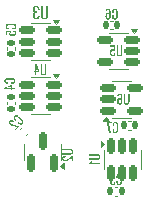
<source format=gbr>
%TF.GenerationSoftware,KiCad,Pcbnew,9.0.2*%
%TF.CreationDate,2025-08-20T02:55:48+06:00*%
%TF.ProjectId,hp3478a-fram-6l,68703334-3738-4612-9d66-72616d2d366c,rev?*%
%TF.SameCoordinates,Original*%
%TF.FileFunction,Legend,Bot*%
%TF.FilePolarity,Positive*%
%FSLAX46Y46*%
G04 Gerber Fmt 4.6, Leading zero omitted, Abs format (unit mm)*
G04 Created by KiCad (PCBNEW 9.0.2) date 2025-08-20 02:55:48*
%MOMM*%
%LPD*%
G01*
G04 APERTURE LIST*
G04 Aperture macros list*
%AMRoundRect*
0 Rectangle with rounded corners*
0 $1 Rounding radius*
0 $2 $3 $4 $5 $6 $7 $8 $9 X,Y pos of 4 corners*
0 Add a 4 corners polygon primitive as box body*
4,1,4,$2,$3,$4,$5,$6,$7,$8,$9,$2,$3,0*
0 Add four circle primitives for the rounded corners*
1,1,$1+$1,$2,$3*
1,1,$1+$1,$4,$5*
1,1,$1+$1,$6,$7*
1,1,$1+$1,$8,$9*
0 Add four rect primitives between the rounded corners*
20,1,$1+$1,$2,$3,$4,$5,0*
20,1,$1+$1,$4,$5,$6,$7,0*
20,1,$1+$1,$6,$7,$8,$9,0*
20,1,$1+$1,$8,$9,$2,$3,0*%
G04 Aperture macros list end*
%ADD10C,0.150000*%
%ADD11C,0.120000*%
%ADD12RoundRect,0.250000X-0.550000X-0.550000X0.550000X-0.550000X0.550000X0.550000X-0.550000X0.550000X0*%
%ADD13C,1.600000*%
%ADD14RoundRect,0.140000X0.021213X-0.219203X0.219203X-0.021213X-0.021213X0.219203X-0.219203X0.021213X0*%
%ADD15RoundRect,0.140000X-0.170000X0.140000X-0.170000X-0.140000X0.170000X-0.140000X0.170000X0.140000X0*%
%ADD16RoundRect,0.150000X0.512500X0.150000X-0.512500X0.150000X-0.512500X-0.150000X0.512500X-0.150000X0*%
%ADD17RoundRect,0.150000X-0.512500X-0.150000X0.512500X-0.150000X0.512500X0.150000X-0.512500X0.150000X0*%
%ADD18RoundRect,0.140000X-0.140000X-0.170000X0.140000X-0.170000X0.140000X0.170000X-0.140000X0.170000X0*%
%ADD19RoundRect,0.140000X0.140000X0.170000X-0.140000X0.170000X-0.140000X-0.170000X0.140000X-0.170000X0*%
%ADD20RoundRect,0.150000X0.150000X-0.587500X0.150000X0.587500X-0.150000X0.587500X-0.150000X-0.587500X0*%
%ADD21RoundRect,0.150000X-0.150000X0.512500X-0.150000X-0.512500X0.150000X-0.512500X0.150000X0.512500X0*%
G04 APERTURE END LIST*
D10*
G36*
X135424424Y-65259325D02*
G01*
X135460501Y-65217869D01*
X135484675Y-65178785D01*
X135498870Y-65141448D01*
X135504357Y-65105095D01*
X135501658Y-65068865D01*
X135488887Y-65024128D01*
X135466176Y-64977145D01*
X135431925Y-64927199D01*
X135384046Y-64873673D01*
X135157525Y-64647152D01*
X135100714Y-64596056D01*
X135049374Y-64560378D01*
X135002639Y-64537453D01*
X134959569Y-64525187D01*
X134924610Y-64522940D01*
X134889029Y-64528781D01*
X134851954Y-64543382D01*
X134812594Y-64568161D01*
X134770284Y-64605184D01*
X134730447Y-64651912D01*
X134705987Y-64695198D01*
X134694070Y-64736092D01*
X134693084Y-64775852D01*
X134701675Y-64815220D01*
X134719964Y-64857019D01*
X134749699Y-64902110D01*
X134793254Y-64951252D01*
X134843926Y-65001924D01*
X134928655Y-64917194D01*
X134883544Y-64872084D01*
X134842925Y-64829164D01*
X134819401Y-64799996D01*
X134804902Y-64771194D01*
X134801544Y-64741794D01*
X134805887Y-64722686D01*
X134817637Y-64700965D01*
X134839159Y-64675648D01*
X134865030Y-64653801D01*
X134887988Y-64641577D01*
X134908898Y-64636858D01*
X134941361Y-64640307D01*
X134975044Y-64656236D01*
X135008645Y-64681914D01*
X135053832Y-64723971D01*
X135308021Y-64978160D01*
X135352186Y-65026851D01*
X135376965Y-65062924D01*
X135390555Y-65098345D01*
X135390781Y-65128275D01*
X135379355Y-65156899D01*
X135353166Y-65189655D01*
X135328973Y-65209951D01*
X135307335Y-65221168D01*
X135287434Y-65225267D01*
X135256690Y-65221228D01*
X135225260Y-65205095D01*
X135193624Y-65179685D01*
X135149615Y-65138154D01*
X135102121Y-65090660D01*
X135017391Y-65175390D01*
X135064885Y-65222884D01*
X135116501Y-65269143D01*
X135163705Y-65301601D01*
X135207220Y-65322558D01*
X135247850Y-65333795D01*
X135289011Y-65335074D01*
X135331204Y-65324454D01*
X135375924Y-65300273D01*
X135424424Y-65259325D01*
G37*
G36*
X135127440Y-65421668D02*
G01*
X134710113Y-65330617D01*
X134670495Y-65322708D01*
X134602443Y-65305032D01*
X134556474Y-65289444D01*
X134516032Y-65267598D01*
X134473299Y-65231623D01*
X134444829Y-65199210D01*
X134427124Y-65170980D01*
X134417861Y-65146064D01*
X134416283Y-65120801D01*
X134424001Y-65096717D01*
X134442385Y-65072422D01*
X134467592Y-65053169D01*
X134493706Y-65043909D01*
X134521991Y-65043651D01*
X134554074Y-65053304D01*
X134591670Y-65075529D01*
X134636437Y-65114424D01*
X134657818Y-65135805D01*
X134742582Y-65051041D01*
X134720407Y-65028866D01*
X134671809Y-64985740D01*
X134626771Y-64955821D01*
X134584623Y-64936947D01*
X134544592Y-64927522D01*
X134503980Y-64927546D01*
X134463232Y-64938391D01*
X134421126Y-64961305D01*
X134376688Y-64998781D01*
X134341916Y-65039669D01*
X134319510Y-65079118D01*
X134307562Y-65117843D01*
X134305049Y-65156772D01*
X134311302Y-65195470D01*
X134326419Y-65234764D01*
X134351572Y-65275392D01*
X134388570Y-65317941D01*
X134428558Y-65353136D01*
X134466978Y-65378112D01*
X134506448Y-65396990D01*
X134541414Y-65409026D01*
X134644347Y-65432790D01*
X135016562Y-65510370D01*
X134813806Y-65713126D01*
X134885099Y-65784419D01*
X135187645Y-65481873D01*
X135127440Y-65421668D01*
G37*
G36*
X134842062Y-61639100D02*
G01*
X134838258Y-61584277D01*
X134827716Y-61539546D01*
X134811353Y-61503108D01*
X134789526Y-61473522D01*
X134762000Y-61449812D01*
X134721336Y-61427209D01*
X134672054Y-61410046D01*
X134612518Y-61398948D01*
X134540813Y-61394955D01*
X134220464Y-61394955D01*
X134144163Y-61398996D01*
X134082632Y-61410071D01*
X134033375Y-61426906D01*
X133994247Y-61448688D01*
X133967938Y-61471820D01*
X133946909Y-61501110D01*
X133931017Y-61537650D01*
X133920707Y-61583003D01*
X133916968Y-61639100D01*
X133921840Y-61700311D01*
X133935153Y-61748214D01*
X133955643Y-61785557D01*
X133983060Y-61814369D01*
X134016972Y-61836132D01*
X134059460Y-61852755D01*
X134112371Y-61863614D01*
X134177917Y-61867565D01*
X134249578Y-61867565D01*
X134249578Y-61747739D01*
X134185782Y-61747739D01*
X134126711Y-61746113D01*
X134089452Y-61742122D01*
X134058833Y-61732008D01*
X134035670Y-61713594D01*
X134025230Y-61697011D01*
X134018179Y-61673344D01*
X134015496Y-61640223D01*
X134018341Y-61606482D01*
X134025931Y-61581604D01*
X134037380Y-61563482D01*
X134062773Y-61542966D01*
X134097854Y-61530412D01*
X134139771Y-61524810D01*
X134201462Y-61522596D01*
X134560939Y-61522596D01*
X134626599Y-61525797D01*
X134669627Y-61533782D01*
X134704284Y-61549220D01*
X134725607Y-61570223D01*
X134737768Y-61598543D01*
X134742411Y-61640223D01*
X134739656Y-61671682D01*
X134732286Y-61694914D01*
X134721113Y-61711884D01*
X134696517Y-61730768D01*
X134662886Y-61741584D01*
X134622548Y-61745987D01*
X134562062Y-61747739D01*
X134494896Y-61747739D01*
X134494896Y-61867565D01*
X134562062Y-61867565D01*
X134631270Y-61863778D01*
X134687600Y-61853350D01*
X134733188Y-61837399D01*
X134769864Y-61816616D01*
X134799874Y-61788414D01*
X134822199Y-61751070D01*
X134836722Y-61702350D01*
X134842062Y-61639100D01*
G37*
G36*
X134588978Y-62225967D02*
G01*
X134832000Y-62225967D01*
X134832000Y-62340223D01*
X134588978Y-62340223D01*
X134588978Y-62442122D01*
X134482537Y-62442122D01*
X134482537Y-62340223D01*
X133924784Y-62340223D01*
X133924784Y-62225967D01*
X134070401Y-62225967D01*
X134482537Y-62225967D01*
X134482537Y-62078151D01*
X134070401Y-62225967D01*
X133924784Y-62225967D01*
X133924784Y-62199100D01*
X134463535Y-61962771D01*
X134588978Y-61962771D01*
X134588978Y-62225967D01*
G37*
G36*
X137232339Y-61142062D02*
G01*
X137294834Y-61137230D01*
X137343323Y-61124095D01*
X137380741Y-61104009D01*
X137412249Y-61075580D01*
X137436612Y-61040497D01*
X137454111Y-60997617D01*
X137464708Y-60951613D01*
X137471696Y-60895091D01*
X137474237Y-60826256D01*
X137474237Y-60224784D01*
X137353288Y-60224784D01*
X137353288Y-60831825D01*
X137350046Y-60900828D01*
X137341519Y-60951846D01*
X137329206Y-60988678D01*
X137314523Y-61011735D01*
X137294396Y-61028156D01*
X137267694Y-61038590D01*
X137232339Y-61042411D01*
X137196957Y-61038589D01*
X137170240Y-61028153D01*
X137150106Y-61011732D01*
X137135423Y-60988678D01*
X137123110Y-60951846D01*
X137114583Y-60900828D01*
X137111341Y-60831825D01*
X137111341Y-60224784D01*
X136991515Y-60224784D01*
X136991515Y-60826256D01*
X136994062Y-60895089D01*
X137001067Y-60951611D01*
X137011690Y-60997617D01*
X137029121Y-61040537D01*
X137053299Y-61075617D01*
X137084474Y-61104009D01*
X137121527Y-61124071D01*
X137169809Y-61137217D01*
X137232339Y-61142062D01*
G37*
G36*
X136884097Y-60763535D02*
G01*
X136884097Y-60888978D01*
X136620901Y-60888978D01*
X136620901Y-61132000D01*
X136506644Y-61132000D01*
X136506644Y-60888978D01*
X136404746Y-60888978D01*
X136404746Y-60782537D01*
X136506644Y-60782537D01*
X136620901Y-60782537D01*
X136768717Y-60782537D01*
X136620901Y-60370401D01*
X136620901Y-60782537D01*
X136506644Y-60782537D01*
X136506644Y-60224784D01*
X136647768Y-60224784D01*
X136884097Y-60763535D01*
G37*
G36*
X144280781Y-63642062D02*
G01*
X144343276Y-63637230D01*
X144391765Y-63624095D01*
X144429183Y-63604009D01*
X144460691Y-63575580D01*
X144485054Y-63540497D01*
X144502553Y-63497617D01*
X144513150Y-63451613D01*
X144520138Y-63395091D01*
X144522679Y-63326256D01*
X144522679Y-62724784D01*
X144401730Y-62724784D01*
X144401730Y-63331825D01*
X144398488Y-63400828D01*
X144389961Y-63451846D01*
X144377648Y-63488678D01*
X144362965Y-63511735D01*
X144342838Y-63528156D01*
X144316136Y-63538590D01*
X144280781Y-63542411D01*
X144245399Y-63538589D01*
X144218682Y-63528153D01*
X144198548Y-63511732D01*
X144183865Y-63488678D01*
X144171552Y-63451846D01*
X144163025Y-63400828D01*
X144159783Y-63331825D01*
X144159783Y-62724784D01*
X144039957Y-62724784D01*
X144039957Y-63326256D01*
X144042504Y-63395089D01*
X144049509Y-63451611D01*
X144060132Y-63497617D01*
X144077563Y-63540537D01*
X144101741Y-63575617D01*
X144132916Y-63604009D01*
X144169969Y-63624071D01*
X144218251Y-63637217D01*
X144280781Y-63642062D01*
G37*
G36*
X143737194Y-62720885D02*
G01*
X143776892Y-62731892D01*
X143810090Y-62749347D01*
X143837882Y-62773274D01*
X143860879Y-62804358D01*
X143882088Y-62848313D01*
X143898220Y-62900922D01*
X143908633Y-62963705D01*
X143912365Y-63038392D01*
X143912365Y-63344184D01*
X143908453Y-63411387D01*
X143897429Y-63468788D01*
X143880107Y-63517833D01*
X143856922Y-63559752D01*
X143825970Y-63595494D01*
X143788711Y-63620808D01*
X143743903Y-63636501D01*
X143689518Y-63642062D01*
X143633195Y-63636486D01*
X143587391Y-63620857D01*
X143549886Y-63595865D01*
X143519280Y-63560876D01*
X143496374Y-63519543D01*
X143479216Y-63470907D01*
X143468269Y-63413688D01*
X143466059Y-63375496D01*
X143585324Y-63375496D01*
X143588369Y-63425208D01*
X143596703Y-63464935D01*
X143609406Y-63496494D01*
X143628949Y-63521949D01*
X143654932Y-63537041D01*
X143689518Y-63542411D01*
X143723277Y-63537036D01*
X143748913Y-63521827D01*
X143768457Y-63495956D01*
X143781121Y-63464007D01*
X143789474Y-63423400D01*
X143792539Y-63372174D01*
X143792539Y-63236619D01*
X143774338Y-63212977D01*
X143750530Y-63192949D01*
X143722436Y-63179599D01*
X143689518Y-63175021D01*
X143658485Y-63178290D01*
X143635634Y-63187110D01*
X143618932Y-63200813D01*
X143601037Y-63229473D01*
X143590941Y-63266905D01*
X143586916Y-63310720D01*
X143585324Y-63375496D01*
X143466059Y-63375496D01*
X143464375Y-63346382D01*
X143467721Y-63281588D01*
X143476924Y-63228874D01*
X143490963Y-63186268D01*
X143509169Y-63152062D01*
X143534257Y-63123410D01*
X143566596Y-63102520D01*
X143607814Y-63089163D01*
X143660355Y-63084309D01*
X143704279Y-63088710D01*
X143740467Y-63101113D01*
X143770904Y-63121302D01*
X143792539Y-63147031D01*
X143792539Y-63009278D01*
X143788236Y-62938162D01*
X143777110Y-62888314D01*
X143761228Y-62854510D01*
X143741646Y-62832605D01*
X143718200Y-62819887D01*
X143689518Y-62815496D01*
X143653037Y-62819739D01*
X143627519Y-62831026D01*
X143609992Y-62848566D01*
X143598504Y-62871810D01*
X143590596Y-62904935D01*
X143587571Y-62951050D01*
X143466622Y-62951050D01*
X143467745Y-62937617D01*
X143472817Y-62884511D01*
X143484799Y-62840567D01*
X143502945Y-62804169D01*
X143527096Y-62774072D01*
X143557217Y-62749994D01*
X143593438Y-62732256D01*
X143637000Y-62720992D01*
X143689518Y-62716968D01*
X143737194Y-62720885D01*
G37*
G36*
X143271841Y-56442062D02*
G01*
X143326664Y-56438258D01*
X143371395Y-56427716D01*
X143407833Y-56411353D01*
X143437419Y-56389526D01*
X143461129Y-56362000D01*
X143483732Y-56321336D01*
X143500895Y-56272054D01*
X143511993Y-56212518D01*
X143515986Y-56140813D01*
X143515986Y-55820464D01*
X143511945Y-55744163D01*
X143500870Y-55682632D01*
X143484035Y-55633375D01*
X143462253Y-55594247D01*
X143439121Y-55567938D01*
X143409831Y-55546909D01*
X143373291Y-55531017D01*
X143327938Y-55520707D01*
X143271841Y-55516968D01*
X143210630Y-55521840D01*
X143162727Y-55535153D01*
X143125384Y-55555643D01*
X143096572Y-55583060D01*
X143074809Y-55616972D01*
X143058186Y-55659460D01*
X143047327Y-55712371D01*
X143043376Y-55777917D01*
X143043376Y-55849578D01*
X143163202Y-55849578D01*
X143163202Y-55785782D01*
X143164828Y-55726711D01*
X143168819Y-55689452D01*
X143178933Y-55658833D01*
X143197347Y-55635670D01*
X143213930Y-55625230D01*
X143237597Y-55618179D01*
X143270718Y-55615496D01*
X143304459Y-55618341D01*
X143329337Y-55625931D01*
X143347459Y-55637380D01*
X143367975Y-55662773D01*
X143380529Y-55697854D01*
X143386131Y-55739771D01*
X143388345Y-55801462D01*
X143388345Y-56160939D01*
X143385144Y-56226599D01*
X143377159Y-56269627D01*
X143361721Y-56304284D01*
X143340718Y-56325607D01*
X143312398Y-56337768D01*
X143270718Y-56342411D01*
X143239259Y-56339656D01*
X143216027Y-56332286D01*
X143199057Y-56321113D01*
X143180173Y-56296517D01*
X143169357Y-56262886D01*
X143164954Y-56222548D01*
X143163202Y-56162062D01*
X143163202Y-56094896D01*
X143043376Y-56094896D01*
X143043376Y-56162062D01*
X143047163Y-56231270D01*
X143057591Y-56287600D01*
X143073542Y-56333188D01*
X143094325Y-56369864D01*
X143122527Y-56399874D01*
X143159871Y-56422199D01*
X143208591Y-56436722D01*
X143271841Y-56442062D01*
G37*
G36*
X142752826Y-55520885D02*
G01*
X142792523Y-55531892D01*
X142825721Y-55549347D01*
X142853513Y-55573274D01*
X142876510Y-55604358D01*
X142897719Y-55648313D01*
X142913852Y-55700922D01*
X142924264Y-55763705D01*
X142927996Y-55838392D01*
X142927996Y-56144184D01*
X142924084Y-56211387D01*
X142913060Y-56268788D01*
X142895738Y-56317833D01*
X142872553Y-56359752D01*
X142841601Y-56395494D01*
X142804342Y-56420808D01*
X142759534Y-56436501D01*
X142705149Y-56442062D01*
X142648826Y-56436486D01*
X142603022Y-56420857D01*
X142565517Y-56395865D01*
X142534912Y-56360876D01*
X142512005Y-56319543D01*
X142494847Y-56270907D01*
X142483900Y-56213688D01*
X142481690Y-56175496D01*
X142600955Y-56175496D01*
X142604000Y-56225208D01*
X142612334Y-56264935D01*
X142625037Y-56296494D01*
X142644580Y-56321949D01*
X142670563Y-56337041D01*
X142705149Y-56342411D01*
X142738908Y-56337036D01*
X142764545Y-56321827D01*
X142784088Y-56295956D01*
X142796752Y-56264007D01*
X142805105Y-56223400D01*
X142808170Y-56172174D01*
X142808170Y-56036619D01*
X142789969Y-56012977D01*
X142766161Y-55992949D01*
X142738067Y-55979599D01*
X142705149Y-55975021D01*
X142674116Y-55978290D01*
X142651266Y-55987110D01*
X142634563Y-56000813D01*
X142616668Y-56029473D01*
X142606572Y-56066905D01*
X142602547Y-56110720D01*
X142600955Y-56175496D01*
X142481690Y-56175496D01*
X142480006Y-56146382D01*
X142483352Y-56081588D01*
X142492556Y-56028874D01*
X142506595Y-55986268D01*
X142524800Y-55952062D01*
X142549888Y-55923410D01*
X142582227Y-55902520D01*
X142623445Y-55889163D01*
X142675986Y-55884309D01*
X142719910Y-55888710D01*
X142756098Y-55901113D01*
X142786536Y-55921302D01*
X142808170Y-55947031D01*
X142808170Y-55809278D01*
X142803867Y-55738162D01*
X142792741Y-55688314D01*
X142776859Y-55654510D01*
X142757277Y-55632605D01*
X142733831Y-55619887D01*
X142705149Y-55615496D01*
X142668668Y-55619739D01*
X142643150Y-55631026D01*
X142625623Y-55648566D01*
X142614135Y-55671810D01*
X142606227Y-55704935D01*
X142603202Y-55751050D01*
X142482253Y-55751050D01*
X142483376Y-55737617D01*
X142488448Y-55684511D01*
X142500430Y-55640567D01*
X142518576Y-55604169D01*
X142542727Y-55574072D01*
X142572848Y-55549994D01*
X142609069Y-55532256D01*
X142652631Y-55520992D01*
X142705149Y-55516968D01*
X142752826Y-55520885D01*
G37*
G36*
X143637382Y-70442062D02*
G01*
X143692205Y-70438258D01*
X143736936Y-70427716D01*
X143773374Y-70411353D01*
X143802960Y-70389526D01*
X143826670Y-70362000D01*
X143849273Y-70321336D01*
X143866436Y-70272054D01*
X143877534Y-70212518D01*
X143881527Y-70140813D01*
X143881527Y-69820464D01*
X143877486Y-69744163D01*
X143866411Y-69682632D01*
X143849576Y-69633375D01*
X143827794Y-69594247D01*
X143804662Y-69567938D01*
X143775372Y-69546909D01*
X143738832Y-69531017D01*
X143693479Y-69520707D01*
X143637382Y-69516968D01*
X143576171Y-69521840D01*
X143528268Y-69535153D01*
X143490925Y-69555643D01*
X143462113Y-69583060D01*
X143440350Y-69616972D01*
X143423727Y-69659460D01*
X143412868Y-69712371D01*
X143408917Y-69777917D01*
X143408917Y-69849578D01*
X143528743Y-69849578D01*
X143528743Y-69785782D01*
X143530369Y-69726711D01*
X143534360Y-69689452D01*
X143544474Y-69658833D01*
X143562888Y-69635670D01*
X143579471Y-69625230D01*
X143603138Y-69618179D01*
X143636259Y-69615496D01*
X143670000Y-69618341D01*
X143694878Y-69625931D01*
X143713000Y-69637380D01*
X143733516Y-69662773D01*
X143746070Y-69697854D01*
X143751672Y-69739771D01*
X143753886Y-69801462D01*
X143753886Y-70160939D01*
X143750685Y-70226599D01*
X143742700Y-70269627D01*
X143727262Y-70304284D01*
X143706259Y-70325607D01*
X143677939Y-70337768D01*
X143636259Y-70342411D01*
X143604800Y-70339656D01*
X143581568Y-70332286D01*
X143564598Y-70321113D01*
X143545714Y-70296517D01*
X143534898Y-70262886D01*
X143530495Y-70222548D01*
X143528743Y-70162062D01*
X143528743Y-70094896D01*
X143408917Y-70094896D01*
X143408917Y-70162062D01*
X143412704Y-70231270D01*
X143423132Y-70287600D01*
X143439083Y-70333188D01*
X143459866Y-70369864D01*
X143488068Y-70399874D01*
X143525412Y-70422199D01*
X143574132Y-70436722D01*
X143637382Y-70442062D01*
G37*
G36*
X143091939Y-70442062D02*
G01*
X143146022Y-70437750D01*
X143190455Y-70425715D01*
X143227045Y-70406787D01*
X143257145Y-70381050D01*
X143280890Y-70349122D01*
X143298489Y-70310742D01*
X143309702Y-70264616D01*
X143313711Y-70209103D01*
X143313711Y-70178866D01*
X143195009Y-70178866D01*
X143195009Y-70199041D01*
X143190806Y-70245136D01*
X143182451Y-70279825D01*
X143170927Y-70305482D01*
X143153354Y-70325305D01*
X143127981Y-70337776D01*
X143091939Y-70342411D01*
X143054115Y-70337194D01*
X143027706Y-70323107D01*
X143009629Y-70300401D01*
X142998463Y-70271408D01*
X142990738Y-70230864D01*
X142987794Y-70175496D01*
X142991368Y-70125292D01*
X143001061Y-70086310D01*
X143015784Y-70056256D01*
X143037578Y-70032354D01*
X143067047Y-70016436D01*
X143106496Y-70008629D01*
X143123300Y-70007505D01*
X143123300Y-69887680D01*
X143107619Y-69887680D01*
X143066270Y-69882282D01*
X143036634Y-69870747D01*
X143015784Y-69854072D01*
X143001415Y-69831317D01*
X142991580Y-69797861D01*
X142987794Y-69749927D01*
X142990762Y-69705395D01*
X142998621Y-69672480D01*
X143010215Y-69648566D01*
X143027865Y-69630444D01*
X143053708Y-69618800D01*
X143090815Y-69614421D01*
X143127618Y-69619093D01*
X143153316Y-69631607D01*
X143170927Y-69651399D01*
X143182389Y-69677051D01*
X143190769Y-69712364D01*
X143195009Y-69759990D01*
X143195009Y-69779041D01*
X143313711Y-69779041D01*
X143313711Y-69748803D01*
X143309693Y-69693274D01*
X143298467Y-69647261D01*
X143280870Y-69609090D01*
X143257145Y-69577443D01*
X143227087Y-69552003D01*
X143190359Y-69533234D01*
X143145555Y-69521266D01*
X143090815Y-69516968D01*
X143036117Y-69521301D01*
X142991336Y-69533372D01*
X142954608Y-69552319D01*
X142924535Y-69578029D01*
X142900791Y-69609933D01*
X142883193Y-69648297D01*
X142871979Y-69694413D01*
X142867968Y-69749927D01*
X142872208Y-69801945D01*
X142884047Y-69844668D01*
X142902700Y-69879864D01*
X142928659Y-69909810D01*
X142960079Y-69932417D01*
X142997857Y-69948154D01*
X142959937Y-69965150D01*
X142928299Y-69990581D01*
X142902113Y-70025433D01*
X142883915Y-70065671D01*
X142872197Y-70115023D01*
X142867968Y-70175496D01*
X142871905Y-70239542D01*
X142882846Y-70292478D01*
X142899809Y-70336141D01*
X142922288Y-70372062D01*
X142951907Y-70401655D01*
X142988877Y-70423301D01*
X143034796Y-70437090D01*
X143091939Y-70442062D01*
G37*
G36*
X134942062Y-57043008D02*
G01*
X134938258Y-56988185D01*
X134927716Y-56943454D01*
X134911353Y-56907016D01*
X134889526Y-56877430D01*
X134862000Y-56853720D01*
X134821336Y-56831117D01*
X134772054Y-56813954D01*
X134712518Y-56802856D01*
X134640813Y-56798863D01*
X134320464Y-56798863D01*
X134244163Y-56802904D01*
X134182632Y-56813979D01*
X134133375Y-56830814D01*
X134094247Y-56852596D01*
X134067938Y-56875728D01*
X134046909Y-56905018D01*
X134031017Y-56941558D01*
X134020707Y-56986911D01*
X134016968Y-57043008D01*
X134021840Y-57104219D01*
X134035153Y-57152122D01*
X134055643Y-57189465D01*
X134083060Y-57218277D01*
X134116972Y-57240040D01*
X134159460Y-57256663D01*
X134212371Y-57267522D01*
X134277917Y-57271473D01*
X134349578Y-57271473D01*
X134349578Y-57151647D01*
X134285782Y-57151647D01*
X134226711Y-57150021D01*
X134189452Y-57146030D01*
X134158833Y-57135916D01*
X134135670Y-57117502D01*
X134125230Y-57100919D01*
X134118179Y-57077252D01*
X134115496Y-57044131D01*
X134118341Y-57010390D01*
X134125931Y-56985512D01*
X134137380Y-56967390D01*
X134162773Y-56946874D01*
X134197854Y-56934320D01*
X134239771Y-56928718D01*
X134301462Y-56926504D01*
X134660939Y-56926504D01*
X134726599Y-56929705D01*
X134769627Y-56937690D01*
X134804284Y-56953128D01*
X134825607Y-56974131D01*
X134837768Y-57002451D01*
X134842411Y-57044131D01*
X134839656Y-57075590D01*
X134832286Y-57098822D01*
X134821113Y-57115792D01*
X134796517Y-57134676D01*
X134762886Y-57145492D01*
X134722548Y-57149895D01*
X134662062Y-57151647D01*
X134594896Y-57151647D01*
X134594896Y-57271473D01*
X134662062Y-57271473D01*
X134731270Y-57267686D01*
X134787600Y-57257258D01*
X134833188Y-57241307D01*
X134869864Y-57220524D01*
X134899874Y-57192322D01*
X134922199Y-57154978D01*
X134936722Y-57106258D01*
X134942062Y-57043008D01*
G37*
G36*
X134940939Y-57594069D02*
G01*
X134936066Y-57535323D01*
X134922723Y-57489290D01*
X134902096Y-57453317D01*
X134874309Y-57425492D01*
X134840281Y-57404737D01*
X134797492Y-57388799D01*
X134744057Y-57378351D01*
X134677743Y-57374543D01*
X134677743Y-57494369D01*
X134728418Y-57497025D01*
X134768490Y-57504236D01*
X134799864Y-57515081D01*
X134819672Y-57527673D01*
X134833699Y-57544686D01*
X134842555Y-57566999D01*
X134845782Y-57596267D01*
X134842456Y-57625670D01*
X134833349Y-57647865D01*
X134818915Y-57664606D01*
X134788771Y-57682515D01*
X134747792Y-57693182D01*
X134699808Y-57697598D01*
X134629578Y-57699337D01*
X134564702Y-57697279D01*
X134520401Y-57692059D01*
X134483089Y-57680568D01*
X134457680Y-57662896D01*
X134446090Y-57646974D01*
X134438607Y-57625692D01*
X134435845Y-57597390D01*
X134441201Y-57564704D01*
X134457143Y-57536378D01*
X134481074Y-57513366D01*
X134510876Y-57496616D01*
X134510876Y-57394669D01*
X134024784Y-57394669D01*
X134024784Y-57785555D01*
X134144658Y-57785555D01*
X134144658Y-57503308D01*
X134395496Y-57495492D01*
X134373903Y-57521083D01*
X134358299Y-57550852D01*
X134348564Y-57585620D01*
X134345133Y-57626504D01*
X134350140Y-57677572D01*
X134363995Y-57717911D01*
X134385877Y-57749864D01*
X134416256Y-57774906D01*
X134452079Y-57792994D01*
X134495909Y-57806866D01*
X134549266Y-57815899D01*
X134613898Y-57819163D01*
X134693146Y-57815413D01*
X134758296Y-57805064D01*
X134811517Y-57789246D01*
X134854721Y-57768751D01*
X134885076Y-57746290D01*
X134908626Y-57718567D01*
X134925961Y-57684854D01*
X134936987Y-57643908D01*
X134940939Y-57594069D01*
G37*
G36*
X137332902Y-56427578D02*
G01*
X137411021Y-56421538D01*
X137471632Y-56405119D01*
X137518404Y-56380012D01*
X137557790Y-56344475D01*
X137588244Y-56300621D01*
X137610118Y-56247021D01*
X137623363Y-56189516D01*
X137632098Y-56118863D01*
X137635275Y-56032821D01*
X137635275Y-55280980D01*
X137484088Y-55280980D01*
X137484088Y-56039781D01*
X137480035Y-56126035D01*
X137469377Y-56189807D01*
X137453985Y-56235847D01*
X137435633Y-56264669D01*
X137410473Y-56285195D01*
X137377095Y-56298238D01*
X137332902Y-56303014D01*
X137288675Y-56298237D01*
X137255278Y-56285192D01*
X137230110Y-56264665D01*
X137211757Y-56235847D01*
X137196366Y-56189807D01*
X137185707Y-56126035D01*
X137181655Y-56039781D01*
X137181655Y-55280980D01*
X137031873Y-55280980D01*
X137031873Y-56032821D01*
X137035056Y-56118861D01*
X137043812Y-56189514D01*
X137057091Y-56247021D01*
X137078880Y-56300671D01*
X137109102Y-56344521D01*
X137148071Y-56380012D01*
X137194387Y-56405088D01*
X137254739Y-56421521D01*
X137332902Y-56427578D01*
G37*
G36*
X136620384Y-56427578D02*
G01*
X136687988Y-56422188D01*
X136743529Y-56407144D01*
X136789267Y-56383484D01*
X136826892Y-56351313D01*
X136856574Y-56311403D01*
X136878572Y-56263427D01*
X136892588Y-56205770D01*
X136897600Y-56136379D01*
X136897600Y-56098583D01*
X136749223Y-56098583D01*
X136749223Y-56123801D01*
X136743968Y-56181420D01*
X136733524Y-56224781D01*
X136719120Y-56256852D01*
X136697153Y-56281632D01*
X136665437Y-56297220D01*
X136620384Y-56303014D01*
X136573104Y-56296493D01*
X136540093Y-56278884D01*
X136517497Y-56250502D01*
X136503539Y-56214260D01*
X136493884Y-56163580D01*
X136490203Y-56094370D01*
X136494671Y-56031615D01*
X136506787Y-55982887D01*
X136525191Y-55945321D01*
X136552433Y-55915443D01*
X136589269Y-55895546D01*
X136638581Y-55885786D01*
X136659585Y-55884382D01*
X136659585Y-55734600D01*
X136639985Y-55734600D01*
X136588298Y-55727853D01*
X136551254Y-55713434D01*
X136525191Y-55692590D01*
X136507230Y-55664146D01*
X136494936Y-55622327D01*
X136490203Y-55562409D01*
X136493913Y-55506744D01*
X136503737Y-55465601D01*
X136518230Y-55435708D01*
X136540292Y-55413056D01*
X136572596Y-55398501D01*
X136618980Y-55393026D01*
X136664983Y-55398867D01*
X136697106Y-55414509D01*
X136719120Y-55439249D01*
X136733447Y-55471314D01*
X136743922Y-55515455D01*
X136749223Y-55574987D01*
X136749223Y-55598801D01*
X136897600Y-55598801D01*
X136897600Y-55561004D01*
X136892577Y-55491592D01*
X136878545Y-55434077D01*
X136856548Y-55386363D01*
X136826892Y-55346803D01*
X136789320Y-55315004D01*
X136743409Y-55291543D01*
X136687405Y-55276582D01*
X136618980Y-55271210D01*
X136550607Y-55276626D01*
X136494631Y-55291715D01*
X136448721Y-55315398D01*
X136411129Y-55347536D01*
X136381449Y-55387417D01*
X136359452Y-55435371D01*
X136345434Y-55493016D01*
X136340421Y-55562409D01*
X136345721Y-55627431D01*
X136360520Y-55680835D01*
X136383835Y-55724830D01*
X136416284Y-55762262D01*
X136455560Y-55790522D01*
X136502782Y-55810193D01*
X136455381Y-55831437D01*
X136415835Y-55863226D01*
X136383103Y-55906791D01*
X136360355Y-55957089D01*
X136345707Y-56018779D01*
X136340421Y-56094370D01*
X136345342Y-56174427D01*
X136359018Y-56240598D01*
X136380222Y-56295177D01*
X136408321Y-56340078D01*
X136445344Y-56377068D01*
X136491557Y-56404127D01*
X136548956Y-56421363D01*
X136620384Y-56427578D01*
G37*
G36*
X139742062Y-67632896D02*
G01*
X139737230Y-67570401D01*
X139724095Y-67521912D01*
X139704009Y-67484494D01*
X139675580Y-67452986D01*
X139640497Y-67428623D01*
X139597617Y-67411124D01*
X139551613Y-67400527D01*
X139495091Y-67393539D01*
X139426256Y-67390998D01*
X138824784Y-67390998D01*
X138824784Y-67511947D01*
X139431825Y-67511947D01*
X139500828Y-67515189D01*
X139551846Y-67523716D01*
X139588678Y-67536029D01*
X139611735Y-67550712D01*
X139628156Y-67570839D01*
X139638590Y-67597541D01*
X139642411Y-67632896D01*
X139638589Y-67668278D01*
X139628153Y-67694995D01*
X139611732Y-67715129D01*
X139588678Y-67729812D01*
X139551846Y-67742125D01*
X139500828Y-67750652D01*
X139431825Y-67753894D01*
X138824784Y-67753894D01*
X138824784Y-67873720D01*
X139426256Y-67873720D01*
X139495089Y-67871173D01*
X139551611Y-67864168D01*
X139597617Y-67853545D01*
X139640537Y-67836114D01*
X139675617Y-67811936D01*
X139704009Y-67780761D01*
X139724071Y-67743708D01*
X139737217Y-67695426D01*
X139742062Y-67632896D01*
G37*
G36*
X139646856Y-67982261D02*
G01*
X139287380Y-68212973D01*
X139253772Y-68235394D01*
X139193154Y-68271016D01*
X139149627Y-68292498D01*
X139105582Y-68305648D01*
X139049927Y-68310426D01*
X139006877Y-68307638D01*
X138974396Y-68300195D01*
X138950227Y-68289128D01*
X138931248Y-68272380D01*
X138919675Y-68249892D01*
X138915496Y-68219714D01*
X138919706Y-68188276D01*
X138931623Y-68163262D01*
X138951442Y-68143080D01*
X138980953Y-68127219D01*
X139023253Y-68116351D01*
X139082411Y-68112198D01*
X139112648Y-68112198D01*
X139112648Y-67992324D01*
X139081288Y-67992324D01*
X139016430Y-67996193D01*
X138963427Y-68006883D01*
X138920278Y-68023341D01*
X138885307Y-68044983D01*
X138856607Y-68073717D01*
X138835462Y-68110198D01*
X138821892Y-68156174D01*
X138816968Y-68214096D01*
X138821293Y-68267597D01*
X138833345Y-68311334D01*
X138852279Y-68347166D01*
X138878029Y-68376469D01*
X138909814Y-68399411D01*
X138948288Y-68416508D01*
X138994803Y-68427450D01*
X139051050Y-68431375D01*
X139104213Y-68427986D01*
X139149041Y-68418479D01*
X139190299Y-68403918D01*
X139223535Y-68387704D01*
X139313123Y-68331724D01*
X139631176Y-68123385D01*
X139631176Y-68410126D01*
X139732000Y-68410126D01*
X139732000Y-67982261D01*
X139646856Y-67982261D01*
G37*
G36*
X142042062Y-68079009D02*
G01*
X142037230Y-68016514D01*
X142024095Y-67968025D01*
X142004009Y-67930607D01*
X141975580Y-67899099D01*
X141940497Y-67874736D01*
X141897617Y-67857237D01*
X141851613Y-67846640D01*
X141795091Y-67839652D01*
X141726256Y-67837111D01*
X141124784Y-67837111D01*
X141124784Y-67958060D01*
X141731825Y-67958060D01*
X141800828Y-67961302D01*
X141851846Y-67969829D01*
X141888678Y-67982142D01*
X141911735Y-67996825D01*
X141928156Y-68016952D01*
X141938590Y-68043654D01*
X141942411Y-68079009D01*
X141938589Y-68114391D01*
X141928153Y-68141108D01*
X141911732Y-68161242D01*
X141888678Y-68175925D01*
X141851846Y-68188238D01*
X141800828Y-68196765D01*
X141731825Y-68200007D01*
X141124784Y-68200007D01*
X141124784Y-68319833D01*
X141726256Y-68319833D01*
X141795089Y-68317286D01*
X141851611Y-68310281D01*
X141897617Y-68299658D01*
X141940537Y-68282227D01*
X141975617Y-68258049D01*
X142004009Y-68226874D01*
X142024071Y-68189821D01*
X142037217Y-68141539D01*
X142042062Y-68079009D01*
G37*
G36*
X141281588Y-68573992D02*
G01*
X141284951Y-68565006D01*
X141297268Y-68506190D01*
X141314072Y-68416064D01*
X141223360Y-68416064D01*
X141202691Y-68485395D01*
X141178976Y-68537593D01*
X141152922Y-68575939D01*
X141124784Y-68603105D01*
X141124784Y-68693817D01*
X142032000Y-68693817D01*
X142032000Y-68573992D01*
X141281588Y-68573992D01*
G37*
G36*
X143665931Y-59542062D02*
G01*
X143728426Y-59537230D01*
X143776915Y-59524095D01*
X143814333Y-59504009D01*
X143845841Y-59475580D01*
X143870204Y-59440497D01*
X143887703Y-59397617D01*
X143898300Y-59351613D01*
X143905288Y-59295091D01*
X143907829Y-59226256D01*
X143907829Y-58624784D01*
X143786880Y-58624784D01*
X143786880Y-59231825D01*
X143783638Y-59300828D01*
X143775111Y-59351846D01*
X143762798Y-59388678D01*
X143748115Y-59411735D01*
X143727988Y-59428156D01*
X143701286Y-59438590D01*
X143665931Y-59442411D01*
X143630549Y-59438589D01*
X143603832Y-59428153D01*
X143583698Y-59411732D01*
X143569015Y-59388678D01*
X143556702Y-59351846D01*
X143548175Y-59300828D01*
X143544933Y-59231825D01*
X143544933Y-58624784D01*
X143425107Y-58624784D01*
X143425107Y-59226256D01*
X143427654Y-59295089D01*
X143434659Y-59351611D01*
X143445282Y-59397617D01*
X143462713Y-59440537D01*
X143486891Y-59475617D01*
X143518066Y-59504009D01*
X143555119Y-59524071D01*
X143603401Y-59537217D01*
X143665931Y-59542062D01*
G37*
G36*
X143090299Y-59540939D02*
G01*
X143149045Y-59536066D01*
X143195078Y-59522723D01*
X143231051Y-59502096D01*
X143258876Y-59474309D01*
X143279631Y-59440281D01*
X143295569Y-59397492D01*
X143306017Y-59344057D01*
X143309825Y-59277743D01*
X143189999Y-59277743D01*
X143187343Y-59328418D01*
X143180131Y-59368490D01*
X143169287Y-59399864D01*
X143156695Y-59419672D01*
X143139681Y-59433699D01*
X143117369Y-59442555D01*
X143088101Y-59445782D01*
X143058698Y-59442456D01*
X143036503Y-59433349D01*
X143019762Y-59418915D01*
X143001853Y-59388771D01*
X142991186Y-59347792D01*
X142986770Y-59299808D01*
X142985031Y-59229578D01*
X142987088Y-59164702D01*
X142992309Y-59120401D01*
X143003800Y-59083089D01*
X143021472Y-59057680D01*
X143037394Y-59046090D01*
X143058676Y-59038607D01*
X143086978Y-59035845D01*
X143119664Y-59041201D01*
X143147989Y-59057143D01*
X143171001Y-59081074D01*
X143187752Y-59110876D01*
X143289699Y-59110876D01*
X143289699Y-58624784D01*
X142898813Y-58624784D01*
X142898813Y-58744658D01*
X143181060Y-58744658D01*
X143188876Y-58995496D01*
X143163285Y-58973903D01*
X143133516Y-58958299D01*
X143098748Y-58948564D01*
X143057864Y-58945133D01*
X143006796Y-58950140D01*
X142966456Y-58963995D01*
X142934504Y-58985877D01*
X142909462Y-59016256D01*
X142891373Y-59052079D01*
X142877502Y-59095909D01*
X142868469Y-59149266D01*
X142865205Y-59213898D01*
X142868955Y-59293146D01*
X142879304Y-59358296D01*
X142895122Y-59411517D01*
X142915617Y-59454721D01*
X142938078Y-59485076D01*
X142965801Y-59508626D01*
X142999514Y-59525961D01*
X143040460Y-59536987D01*
X143090299Y-59540939D01*
G37*
G36*
X143306580Y-66042062D02*
G01*
X143361403Y-66038258D01*
X143406134Y-66027716D01*
X143442572Y-66011353D01*
X143472158Y-65989526D01*
X143495868Y-65962000D01*
X143518471Y-65921336D01*
X143535634Y-65872054D01*
X143546732Y-65812518D01*
X143550725Y-65740813D01*
X143550725Y-65420464D01*
X143546684Y-65344163D01*
X143535609Y-65282632D01*
X143518774Y-65233375D01*
X143496992Y-65194247D01*
X143473860Y-65167938D01*
X143444570Y-65146909D01*
X143408030Y-65131017D01*
X143362677Y-65120707D01*
X143306580Y-65116968D01*
X143245369Y-65121840D01*
X143197466Y-65135153D01*
X143160123Y-65155643D01*
X143131311Y-65183060D01*
X143109548Y-65216972D01*
X143092925Y-65259460D01*
X143082066Y-65312371D01*
X143078115Y-65377917D01*
X143078115Y-65449578D01*
X143197941Y-65449578D01*
X143197941Y-65385782D01*
X143199567Y-65326711D01*
X143203558Y-65289452D01*
X143213672Y-65258833D01*
X143232086Y-65235670D01*
X143248669Y-65225230D01*
X143272336Y-65218179D01*
X143305457Y-65215496D01*
X143339198Y-65218341D01*
X143364076Y-65225931D01*
X143382198Y-65237380D01*
X143402714Y-65262773D01*
X143415268Y-65297854D01*
X143420870Y-65339771D01*
X143423084Y-65401462D01*
X143423084Y-65760939D01*
X143419883Y-65826599D01*
X143411898Y-65869627D01*
X143396460Y-65904284D01*
X143375457Y-65925607D01*
X143347137Y-65937768D01*
X143305457Y-65942411D01*
X143273998Y-65939656D01*
X143250766Y-65932286D01*
X143233796Y-65921113D01*
X143214912Y-65896517D01*
X143204096Y-65862886D01*
X143199693Y-65822548D01*
X143197941Y-65762062D01*
X143197941Y-65694896D01*
X143078115Y-65694896D01*
X143078115Y-65762062D01*
X143081902Y-65831270D01*
X143092330Y-65887600D01*
X143108281Y-65933188D01*
X143129064Y-65969864D01*
X143157266Y-65999874D01*
X143194610Y-66022199D01*
X143243330Y-66036722D01*
X143306580Y-66042062D01*
G37*
G36*
X142760013Y-65218866D02*
G01*
X143003084Y-65218866D01*
X143003084Y-65124784D01*
X142640188Y-65124784D01*
X142640188Y-65183060D01*
X142808178Y-66032000D01*
X142923558Y-66032000D01*
X142760013Y-65218866D01*
G37*
D11*
%TO.C,C2*%
X135269190Y-65721693D02*
X135421693Y-65569190D01*
X135778307Y-66230810D02*
X135930810Y-66078307D01*
%TO.C,C4*%
X134140000Y-63392164D02*
X134140000Y-63607836D01*
X134860000Y-63392164D02*
X134860000Y-63607836D01*
%TO.C,U4*%
X137000000Y-61340000D02*
X136200000Y-61340000D01*
X137000000Y-61340000D02*
X137800000Y-61340000D01*
X137000000Y-64460000D02*
X136200000Y-64460000D01*
X137000000Y-64460000D02*
X137800000Y-64460000D01*
X138300000Y-61390000D02*
X138060000Y-61060000D01*
X138540000Y-61060000D01*
X138300000Y-61390000D01*
G36*
X138300000Y-61390000D02*
G01*
X138060000Y-61060000D01*
X138540000Y-61060000D01*
X138300000Y-61390000D01*
G37*
%TO.C,U6*%
X143800000Y-61640000D02*
X143000000Y-61640000D01*
X143800000Y-61640000D02*
X144600000Y-61640000D01*
X143800000Y-64760000D02*
X143000000Y-64760000D01*
X143800000Y-64760000D02*
X144600000Y-64760000D01*
X142740000Y-65040000D02*
X142260000Y-65040000D01*
X142500000Y-64710000D01*
X142740000Y-65040000D01*
G36*
X142740000Y-65040000D02*
G01*
X142260000Y-65040000D01*
X142500000Y-64710000D01*
X142740000Y-65040000D01*
G37*
%TO.C,C6*%
X142892164Y-56540000D02*
X143107836Y-56540000D01*
X142892164Y-57260000D02*
X143107836Y-57260000D01*
%TO.C,C3*%
X143487836Y-70615000D02*
X143272164Y-70615000D01*
X143487836Y-71335000D02*
X143272164Y-71335000D01*
%TO.C,C5*%
X134140000Y-58792164D02*
X134140000Y-59007836D01*
X134860000Y-58792164D02*
X134860000Y-59007836D01*
%TO.C,U3*%
X137000000Y-56740000D02*
X136200000Y-56740000D01*
X137000000Y-56740000D02*
X137800000Y-56740000D01*
X137000000Y-59860000D02*
X136200000Y-59860000D01*
X137000000Y-59860000D02*
X137800000Y-59860000D01*
X138300000Y-56790000D02*
X138060000Y-56460000D01*
X138540000Y-56460000D01*
X138300000Y-56790000D01*
G36*
X138300000Y-56790000D02*
G01*
X138060000Y-56460000D01*
X138540000Y-56460000D01*
X138300000Y-56790000D01*
G37*
%TO.C,U2*%
X135590000Y-67662500D02*
X135590000Y-67012500D01*
X135590000Y-67662500D02*
X135590000Y-68312500D01*
X138710000Y-67662500D02*
X138710000Y-67012500D01*
X138710000Y-67662500D02*
X138710000Y-68312500D01*
X138990000Y-69065000D02*
X138660000Y-68825000D01*
X138990000Y-68585000D01*
X138990000Y-69065000D01*
G36*
X138990000Y-69065000D02*
G01*
X138660000Y-68825000D01*
X138990000Y-68585000D01*
X138990000Y-69065000D01*
G37*
%TO.C,U1*%
X142340000Y-68300000D02*
X142340000Y-67500000D01*
X142340000Y-68300000D02*
X142340000Y-69100000D01*
X145460000Y-68300000D02*
X145460000Y-67500000D01*
X145460000Y-68300000D02*
X145460000Y-69100000D01*
X142390000Y-67000000D02*
X142060000Y-67240000D01*
X142060000Y-66760000D01*
X142390000Y-67000000D01*
G36*
X142390000Y-67000000D02*
G01*
X142060000Y-67240000D01*
X142060000Y-66760000D01*
X142390000Y-67000000D01*
G37*
%TO.C,U5*%
X143600000Y-57540000D02*
X142800000Y-57540000D01*
X143600000Y-57540000D02*
X144400000Y-57540000D01*
X143600000Y-60660000D02*
X142800000Y-60660000D01*
X143600000Y-60660000D02*
X144400000Y-60660000D01*
X144900000Y-57590000D02*
X144660000Y-57260000D01*
X145140000Y-57260000D01*
X144900000Y-57590000D01*
G36*
X144900000Y-57590000D02*
G01*
X144660000Y-57260000D01*
X145140000Y-57260000D01*
X144900000Y-57590000D01*
G37*
%TO.C,C7*%
X144607836Y-65040000D02*
X144392164Y-65040000D01*
X144607836Y-65760000D02*
X144392164Y-65760000D01*
%TD*%
%LPC*%
D12*
%TO.C,J1*%
X132680000Y-56700000D03*
D13*
X132680000Y-59240000D03*
X132680000Y-61780000D03*
X132680000Y-64320000D03*
X132680000Y-66860000D03*
X132680000Y-69400000D03*
X132680000Y-71940000D03*
X132680000Y-74480000D03*
X132680000Y-77020000D03*
X132680000Y-79560000D03*
X132680000Y-82100000D03*
X140300000Y-82100000D03*
X140300000Y-79560000D03*
X140300000Y-77020000D03*
X140300000Y-74480000D03*
X140300000Y-71940000D03*
X140300000Y-69400000D03*
X140300000Y-66860000D03*
X140300000Y-64320000D03*
X140300000Y-61780000D03*
X140300000Y-59240000D03*
X140300000Y-56700000D03*
%TD*%
D14*
%TO.C,C2*%
X135260589Y-66239411D03*
X135939411Y-65560589D03*
%TD*%
D15*
%TO.C,C4*%
X134500000Y-63020000D03*
X134500000Y-63980000D03*
%TD*%
D16*
%TO.C,U4*%
X138137500Y-61950000D03*
X138137500Y-62900000D03*
X138137500Y-63850000D03*
X135862500Y-63850000D03*
X135862500Y-62900000D03*
X135862500Y-61950000D03*
%TD*%
D17*
%TO.C,U6*%
X142662500Y-64150000D03*
X142662500Y-63200000D03*
X142662500Y-62250000D03*
X144937500Y-62250000D03*
X144937500Y-64150000D03*
%TD*%
D18*
%TO.C,C6*%
X142520000Y-56900000D03*
X143480000Y-56900000D03*
%TD*%
D19*
%TO.C,C3*%
X143860000Y-70975000D03*
X142900000Y-70975000D03*
%TD*%
D15*
%TO.C,C5*%
X134500000Y-58420000D03*
X134500000Y-59380000D03*
%TD*%
D16*
%TO.C,U3*%
X138137500Y-57350000D03*
X138137500Y-58300000D03*
X138137500Y-59250000D03*
X135862500Y-59250000D03*
X135862500Y-58300000D03*
X135862500Y-57350000D03*
%TD*%
D20*
%TO.C,U2*%
X138100000Y-68600000D03*
X136200000Y-68600000D03*
X137150000Y-66725000D03*
%TD*%
D21*
%TO.C,U1*%
X142950000Y-67162500D03*
X143900000Y-67162500D03*
X144850000Y-67162500D03*
X144850000Y-69437500D03*
X143900000Y-69437500D03*
X142950000Y-69437500D03*
%TD*%
D16*
%TO.C,U5*%
X144737500Y-58150000D03*
X144737500Y-59100000D03*
X144737500Y-60050000D03*
X142462500Y-60050000D03*
X142462500Y-58150000D03*
%TD*%
D19*
%TO.C,C7*%
X144980000Y-65400000D03*
X144020000Y-65400000D03*
%TD*%
%LPD*%
M02*

</source>
